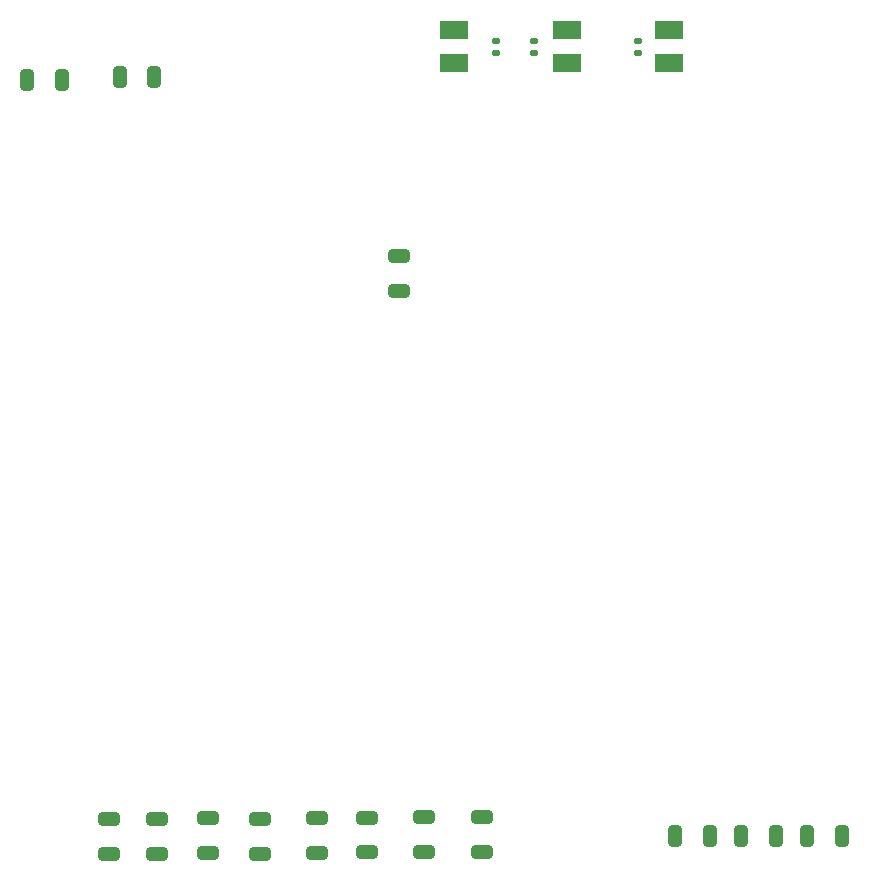
<source format=gbr>
%TF.GenerationSoftware,KiCad,Pcbnew,8.0.1*%
%TF.CreationDate,2025-04-29T19:59:47+01:00*%
%TF.ProjectId,Interpose,496e7465-7270-46f7-9365-2e6b69636164,V1*%
%TF.SameCoordinates,Original*%
%TF.FileFunction,Paste,Top*%
%TF.FilePolarity,Positive*%
%FSLAX46Y46*%
G04 Gerber Fmt 4.6, Leading zero omitted, Abs format (unit mm)*
G04 Created by KiCad (PCBNEW 8.0.1) date 2025-04-29 19:59:47*
%MOMM*%
%LPD*%
G01*
G04 APERTURE LIST*
G04 Aperture macros list*
%AMRoundRect*
0 Rectangle with rounded corners*
0 $1 Rounding radius*
0 $2 $3 $4 $5 $6 $7 $8 $9 X,Y pos of 4 corners*
0 Add a 4 corners polygon primitive as box body*
4,1,4,$2,$3,$4,$5,$6,$7,$8,$9,$2,$3,0*
0 Add four circle primitives for the rounded corners*
1,1,$1+$1,$2,$3*
1,1,$1+$1,$4,$5*
1,1,$1+$1,$6,$7*
1,1,$1+$1,$8,$9*
0 Add four rect primitives between the rounded corners*
20,1,$1+$1,$2,$3,$4,$5,0*
20,1,$1+$1,$4,$5,$6,$7,0*
20,1,$1+$1,$6,$7,$8,$9,0*
20,1,$1+$1,$8,$9,$2,$3,0*%
G04 Aperture macros list end*
%ADD10RoundRect,0.250000X-0.325000X-0.650000X0.325000X-0.650000X0.325000X0.650000X-0.325000X0.650000X0*%
%ADD11RoundRect,0.250000X-0.650000X0.325000X-0.650000X-0.325000X0.650000X-0.325000X0.650000X0.325000X0*%
%ADD12RoundRect,0.135000X-0.185000X0.135000X-0.185000X-0.135000X0.185000X-0.135000X0.185000X0.135000X0*%
%ADD13R,2.400000X1.600000*%
%ADD14RoundRect,0.135000X0.185000X-0.135000X0.185000X0.135000X-0.185000X0.135000X-0.185000X-0.135000X0*%
G04 APERTURE END LIST*
D10*
%TO.C,C2*%
X91525000Y-63800000D03*
X94475000Y-63800000D03*
%TD*%
D11*
%TO.C,C4*%
X94650000Y-126575000D03*
X94650000Y-129525000D03*
%TD*%
D12*
%TO.C,R2*%
X126600000Y-60690000D03*
X126600000Y-61710000D03*
%TD*%
D11*
%TO.C,C9*%
X112500000Y-126475000D03*
X112500000Y-129425000D03*
%TD*%
D12*
%TO.C,R1*%
X135400000Y-60690000D03*
X135400000Y-61710000D03*
%TD*%
D11*
%TO.C,C6*%
X103450000Y-126600000D03*
X103450000Y-129550000D03*
%TD*%
%TO.C,C8*%
X108200000Y-126550000D03*
X108200000Y-129500000D03*
%TD*%
D13*
%TO.C,D2*%
X129400000Y-62625000D03*
X129400000Y-59775000D03*
%TD*%
D11*
%TO.C,C11*%
X122200000Y-126425000D03*
X122200000Y-129375000D03*
%TD*%
D10*
%TO.C,C12*%
X138525000Y-128000000D03*
X141475000Y-128000000D03*
%TD*%
D13*
%TO.C,D3*%
X119800000Y-62625000D03*
X119800000Y-59775000D03*
%TD*%
D11*
%TO.C,C7*%
X115200000Y-78925000D03*
X115200000Y-81875000D03*
%TD*%
D10*
%TO.C,C14*%
X149725000Y-128000000D03*
X152675000Y-128000000D03*
%TD*%
D14*
%TO.C,R3*%
X123400000Y-61710000D03*
X123400000Y-60690000D03*
%TD*%
D11*
%TO.C,C10*%
X117300000Y-126450000D03*
X117300000Y-129400000D03*
%TD*%
D13*
%TO.C,D1*%
X138000000Y-59775000D03*
X138000000Y-62625000D03*
%TD*%
D10*
%TO.C,C1*%
X83725000Y-64000000D03*
X86675000Y-64000000D03*
%TD*%
%TO.C,C13*%
X144125000Y-128004000D03*
X147075000Y-128004000D03*
%TD*%
D11*
%TO.C,C3*%
X90650000Y-126625000D03*
X90650000Y-129575000D03*
%TD*%
%TO.C,C5*%
X99000000Y-126550000D03*
X99000000Y-129500000D03*
%TD*%
M02*

</source>
